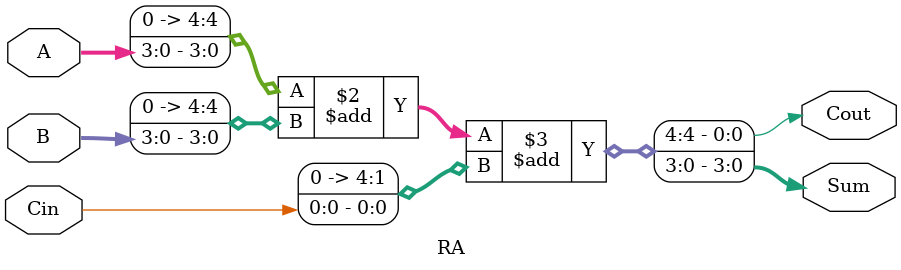
<source format=v>
`timescale 1ns / 1ps
module RA(
    A,B,Cin,Sum,Cout);
input [3:0] A,B;
input Cin;
output reg [3:0]Sum;
output reg Cout;
always@(A or B or Cin)begin
{Cout,Sum} ={1'b0,A}+{1'b0,B}+{4'b0000,Cin};
//very cool
end
endmodule


</source>
